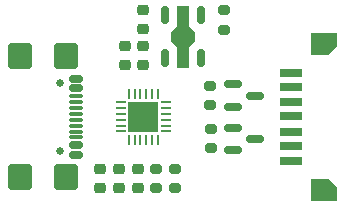
<source format=gbr>
%TF.GenerationSoftware,KiCad,Pcbnew,8.0.3-8.0.3-0~ubuntu24.04.1*%
%TF.CreationDate,2024-07-06T11:56:49-06:00*%
%TF.ProjectId,esp-prog,6573702d-7072-46f6-972e-6b696361645f,rev?*%
%TF.SameCoordinates,Original*%
%TF.FileFunction,Soldermask,Top*%
%TF.FilePolarity,Negative*%
%FSLAX46Y46*%
G04 Gerber Fmt 4.6, Leading zero omitted, Abs format (unit mm)*
G04 Created by KiCad (PCBNEW 8.0.3-8.0.3-0~ubuntu24.04.1) date 2024-07-06 11:56:49*
%MOMM*%
%LPD*%
G01*
G04 APERTURE LIST*
G04 Aperture macros list*
%AMRoundRect*
0 Rectangle with rounded corners*
0 $1 Rounding radius*
0 $2 $3 $4 $5 $6 $7 $8 $9 X,Y pos of 4 corners*
0 Add a 4 corners polygon primitive as box body*
4,1,4,$2,$3,$4,$5,$6,$7,$8,$9,$2,$3,0*
0 Add four circle primitives for the rounded corners*
1,1,$1+$1,$2,$3*
1,1,$1+$1,$4,$5*
1,1,$1+$1,$6,$7*
1,1,$1+$1,$8,$9*
0 Add four rect primitives between the rounded corners*
20,1,$1+$1,$2,$3,$4,$5,0*
20,1,$1+$1,$4,$5,$6,$7,0*
20,1,$1+$1,$6,$7,$8,$9,0*
20,1,$1+$1,$8,$9,$2,$3,0*%
%AMOutline5P*
0 Free polygon, 5 corners , with rotation*
0 The origin of the aperture is its center*
0 number of corners: always 5*
0 $1 to $10 corner X, Y*
0 $11 Rotation angle, in degrees counterclockwise*
0 create outline with 5 corners*
4,1,5,$1,$2,$3,$4,$5,$6,$7,$8,$9,$10,$1,$2,$11*%
%AMOutline6P*
0 Free polygon, 6 corners , with rotation*
0 The origin of the aperture is its center*
0 number of corners: always 6*
0 $1 to $12 corner X, Y*
0 $13 Rotation angle, in degrees counterclockwise*
0 create outline with 6 corners*
4,1,6,$1,$2,$3,$4,$5,$6,$7,$8,$9,$10,$11,$12,$1,$2,$13*%
%AMOutline7P*
0 Free polygon, 7 corners , with rotation*
0 The origin of the aperture is its center*
0 number of corners: always 7*
0 $1 to $14 corner X, Y*
0 $15 Rotation angle, in degrees counterclockwise*
0 create outline with 7 corners*
4,1,7,$1,$2,$3,$4,$5,$6,$7,$8,$9,$10,$11,$12,$13,$14,$1,$2,$15*%
%AMOutline8P*
0 Free polygon, 8 corners , with rotation*
0 The origin of the aperture is its center*
0 number of corners: always 8*
0 $1 to $16 corner X, Y*
0 $17 Rotation angle, in degrees counterclockwise*
0 create outline with 8 corners*
4,1,8,$1,$2,$3,$4,$5,$6,$7,$8,$9,$10,$11,$12,$13,$14,$15,$16,$1,$2,$17*%
%AMFreePoly0*
4,1,13,0.900000,0.500000,2.600000,0.500000,2.600000,-0.500000,0.900000,-0.500000,0.400000,-1.000000,-0.400000,-1.000000,-0.900000,-0.500000,-2.600000,-0.500000,-2.600000,0.500000,-0.900000,0.500000,-0.400000,1.000000,0.400000,1.000000,0.900000,0.500000,0.900000,0.500000,$1*%
G04 Aperture macros list end*
%ADD10RoundRect,0.035000X0.865000X-0.315000X0.865000X0.315000X-0.865000X0.315000X-0.865000X-0.315000X0*%
%ADD11Outline5P,-0.900000X1.100000X0.900000X1.100000X0.900000X-0.380000X0.180000X-1.100000X-0.900000X-1.100000X90.000000*%
%ADD12Outline5P,-0.900000X1.100000X0.900000X1.100000X0.900000X-1.100000X-0.180000X-1.100000X-0.900000X-0.380000X90.000000*%
%ADD13RoundRect,0.062500X-0.350000X-0.062500X0.350000X-0.062500X0.350000X0.062500X-0.350000X0.062500X0*%
%ADD14RoundRect,0.062500X-0.062500X-0.350000X0.062500X-0.350000X0.062500X0.350000X-0.062500X0.350000X0*%
%ADD15R,2.600000X2.600000*%
%ADD16RoundRect,0.225000X-0.250000X0.225000X-0.250000X-0.225000X0.250000X-0.225000X0.250000X0.225000X0*%
%ADD17RoundRect,0.200000X0.275000X-0.200000X0.275000X0.200000X-0.275000X0.200000X-0.275000X-0.200000X0*%
%ADD18RoundRect,0.225000X0.250000X-0.225000X0.250000X0.225000X-0.250000X0.225000X-0.250000X-0.225000X0*%
%ADD19RoundRect,0.150000X-0.587500X-0.150000X0.587500X-0.150000X0.587500X0.150000X-0.587500X0.150000X0*%
%ADD20RoundRect,0.200000X-0.275000X0.200000X-0.275000X-0.200000X0.275000X-0.200000X0.275000X0.200000X0*%
%ADD21RoundRect,0.175000X-0.175000X0.575000X-0.175000X-0.575000X0.175000X-0.575000X0.175000X0.575000X0*%
%ADD22FreePoly0,270.000000*%
%ADD23C,0.650000*%
%ADD24RoundRect,0.150000X-0.425000X0.150000X-0.425000X-0.150000X0.425000X-0.150000X0.425000X0.150000X0*%
%ADD25RoundRect,0.075000X-0.500000X0.075000X-0.500000X-0.075000X0.500000X-0.075000X0.500000X0.075000X0*%
%ADD26RoundRect,0.250000X-0.750000X0.840000X-0.750000X-0.840000X0.750000X-0.840000X0.750000X0.840000X0*%
G04 APERTURE END LIST*
D10*
%TO.C,J1*%
X44650000Y-33750000D03*
X44650000Y-32500000D03*
X44650000Y-31250000D03*
X44650000Y-29950000D03*
X44650000Y-28750000D03*
X44650000Y-27500000D03*
X44650000Y-26250000D03*
D11*
X47450000Y-36200000D03*
D12*
X47450000Y-23800000D03*
%TD*%
D13*
%TO.C,U1*%
X30212500Y-28737500D03*
X30212500Y-29237500D03*
X30212500Y-29737500D03*
X30212500Y-30237500D03*
X30212500Y-30737500D03*
X30212500Y-31237500D03*
D14*
X30900000Y-31925000D03*
X31400000Y-31925000D03*
X31900000Y-31925000D03*
X32400000Y-31925000D03*
X32900000Y-31925000D03*
X33400000Y-31925000D03*
D13*
X34087500Y-31237500D03*
X34087500Y-30737500D03*
X34087500Y-30237500D03*
X34087500Y-29737500D03*
X34087500Y-29237500D03*
X34087500Y-28737500D03*
D14*
X33400000Y-28050000D03*
X32900000Y-28050000D03*
X32400000Y-28050000D03*
X31900000Y-28050000D03*
X31400000Y-28050000D03*
X30900000Y-28050000D03*
D15*
X32150000Y-29987500D03*
%TD*%
D16*
%TO.C,C3*%
X28450000Y-34450000D03*
X28450000Y-36000000D03*
%TD*%
%TO.C,C6*%
X32150000Y-20975000D03*
X32150000Y-22525000D03*
%TD*%
D17*
%TO.C,R7*%
X34850000Y-36050000D03*
X34850000Y-34400000D03*
%TD*%
D18*
%TO.C,C8*%
X30550000Y-25575000D03*
X30550000Y-24025000D03*
%TD*%
D19*
%TO.C,Q3*%
X39712500Y-27250000D03*
X39712500Y-29150000D03*
X41587500Y-28200000D03*
%TD*%
D20*
%TO.C,R3*%
X37800000Y-27375000D03*
X37800000Y-29025000D03*
%TD*%
%TO.C,R2*%
X37850000Y-31025000D03*
X37850000Y-32675000D03*
%TD*%
D21*
%TO.C,U2*%
X37000000Y-21350000D03*
D22*
X35500000Y-23200000D03*
D21*
X34000000Y-21350000D03*
X34000000Y-25050000D03*
X37000000Y-25050000D03*
%TD*%
D18*
%TO.C,C7*%
X32150000Y-25575000D03*
X32150000Y-24025000D03*
%TD*%
D16*
%TO.C,C2*%
X30050000Y-34450000D03*
X30050000Y-36000000D03*
%TD*%
D20*
%TO.C,R6*%
X33250000Y-34400000D03*
X33250000Y-36050000D03*
%TD*%
D19*
%TO.C,Q2*%
X39700000Y-30912500D03*
X39700000Y-32812500D03*
X41575000Y-31862500D03*
%TD*%
D23*
%TO.C,J2*%
X25130000Y-27110000D03*
X25130000Y-32890000D03*
D24*
X26405000Y-26800000D03*
X26405000Y-27600000D03*
D25*
X26405000Y-28750000D03*
X26405000Y-29750000D03*
X26405000Y-30250000D03*
X26405000Y-31250000D03*
D24*
X26405000Y-32400000D03*
X26405000Y-33200000D03*
X26405000Y-33200000D03*
X26405000Y-32400000D03*
D25*
X26405000Y-31750000D03*
X26405000Y-30750000D03*
X26405000Y-29250000D03*
X26405000Y-28250000D03*
D24*
X26405000Y-27600000D03*
X26405000Y-26800000D03*
D26*
X25630000Y-24890000D03*
X21700000Y-24890000D03*
X25630000Y-35110000D03*
X21700000Y-35110000D03*
%TD*%
D17*
%TO.C,R8*%
X38950000Y-22625000D03*
X38950000Y-20975000D03*
%TD*%
D16*
%TO.C,C1*%
X31650000Y-34450000D03*
X31650000Y-36000000D03*
%TD*%
M02*

</source>
